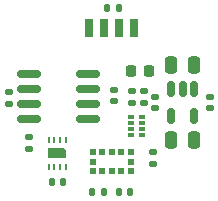
<source format=gtp>
%TF.GenerationSoftware,KiCad,Pcbnew,(6.0.7)*%
%TF.CreationDate,2022-11-15T15:07:51+01:00*%
%TF.ProjectId,tofncan,746f666e-6361-46e2-9e6b-696361645f70,rev?*%
%TF.SameCoordinates,Original*%
%TF.FileFunction,Paste,Top*%
%TF.FilePolarity,Positive*%
%FSLAX46Y46*%
G04 Gerber Fmt 4.6, Leading zero omitted, Abs format (unit mm)*
G04 Created by KiCad (PCBNEW (6.0.7)) date 2022-11-15 15:07:51*
%MOMM*%
%LPD*%
G01*
G04 APERTURE LIST*
G04 Aperture macros list*
%AMRoundRect*
0 Rectangle with rounded corners*
0 $1 Rounding radius*
0 $2 $3 $4 $5 $6 $7 $8 $9 X,Y pos of 4 corners*
0 Add a 4 corners polygon primitive as box body*
4,1,4,$2,$3,$4,$5,$6,$7,$8,$9,$2,$3,0*
0 Add four circle primitives for the rounded corners*
1,1,$1+$1,$2,$3*
1,1,$1+$1,$4,$5*
1,1,$1+$1,$6,$7*
1,1,$1+$1,$8,$9*
0 Add four rect primitives between the rounded corners*
20,1,$1+$1,$2,$3,$4,$5,0*
20,1,$1+$1,$4,$5,$6,$7,0*
20,1,$1+$1,$6,$7,$8,$9,0*
20,1,$1+$1,$8,$9,$2,$3,0*%
%AMFreePoly0*
4,1,6,0.450000,-0.800000,-0.450000,-0.800000,-0.450000,0.530000,-0.180000,0.800000,0.450000,0.800000,0.450000,-0.800000,0.450000,-0.800000,$1*%
G04 Aperture macros list end*
%ADD10RoundRect,0.135000X0.185000X-0.135000X0.185000X0.135000X-0.185000X0.135000X-0.185000X-0.135000X0*%
%ADD11RoundRect,0.150000X0.825000X0.150000X-0.825000X0.150000X-0.825000X-0.150000X0.825000X-0.150000X0*%
%ADD12RoundRect,0.140000X-0.170000X0.140000X-0.170000X-0.140000X0.170000X-0.140000X0.170000X0.140000X0*%
%ADD13RoundRect,0.150000X-0.150000X0.512500X-0.150000X-0.512500X0.150000X-0.512500X0.150000X0.512500X0*%
%ADD14R,0.500000X0.500000*%
%ADD15RoundRect,0.140000X-0.140000X-0.170000X0.140000X-0.170000X0.140000X0.170000X-0.140000X0.170000X0*%
%ADD16RoundRect,0.140000X0.140000X0.170000X-0.140000X0.170000X-0.140000X-0.170000X0.140000X-0.170000X0*%
%ADD17FreePoly0,270.000000*%
%ADD18R,0.250000X0.550000*%
%ADD19RoundRect,0.250000X0.250000X0.475000X-0.250000X0.475000X-0.250000X-0.475000X0.250000X-0.475000X0*%
%ADD20RoundRect,0.140000X0.170000X-0.140000X0.170000X0.140000X-0.170000X0.140000X-0.170000X-0.140000X0*%
%ADD21RoundRect,0.218750X-0.218750X-0.256250X0.218750X-0.256250X0.218750X0.256250X-0.218750X0.256250X0*%
%ADD22R,0.700000X1.600000*%
%ADD23RoundRect,0.135000X-0.135000X-0.185000X0.135000X-0.185000X0.135000X0.185000X-0.135000X0.185000X0*%
%ADD24R,0.500000X0.400000*%
%ADD25R,0.500000X0.300000*%
G04 APERTURE END LIST*
D10*
X91300000Y-100110000D03*
X91300000Y-99090000D03*
D11*
X97975000Y-101405000D03*
X97975000Y-100135000D03*
X97975000Y-98865000D03*
X97975000Y-97595000D03*
X93025000Y-97595000D03*
X93025000Y-98865000D03*
X93025000Y-100135000D03*
X93025000Y-101405000D03*
D10*
X101700000Y-100010000D03*
X101700000Y-98990000D03*
D12*
X100200000Y-98920000D03*
X100200000Y-99880000D03*
D13*
X106950000Y-98862500D03*
X106000000Y-98862500D03*
X105050000Y-98862500D03*
X105050000Y-101137500D03*
X106950000Y-101137500D03*
D10*
X93000000Y-103910000D03*
X93000000Y-102890000D03*
D12*
X103700000Y-99520000D03*
X103700000Y-100480000D03*
D14*
X101600000Y-105800000D03*
X100800000Y-105790000D03*
X100000000Y-105800000D03*
X99200000Y-105800000D03*
X98400000Y-105800000D03*
X98400000Y-105000000D03*
X98400000Y-104200000D03*
X99200000Y-104200000D03*
X100000000Y-104200000D03*
X100800000Y-104200000D03*
X101600000Y-104200000D03*
X101600000Y-105000000D03*
D15*
X99620000Y-92000000D03*
X100580000Y-92000000D03*
D16*
X101580000Y-107600000D03*
X100620000Y-107600000D03*
D12*
X103500000Y-104220000D03*
X103500000Y-105180000D03*
D17*
X95400000Y-104300000D03*
D18*
X96150000Y-103125000D03*
X95650000Y-103125000D03*
X95150000Y-103125000D03*
X94650000Y-103125000D03*
X94650000Y-105475000D03*
X95150000Y-105475000D03*
X95650000Y-105475000D03*
X96150000Y-105475000D03*
D16*
X95880000Y-106700000D03*
X94920000Y-106700000D03*
D19*
X106950000Y-96800000D03*
X105050000Y-96800000D03*
D20*
X108300000Y-100480000D03*
X108300000Y-99520000D03*
D21*
X101612500Y-97300000D03*
X103187500Y-97300000D03*
D10*
X102700000Y-100010000D03*
X102700000Y-98990000D03*
D22*
X101905000Y-93650000D03*
X100635000Y-93650000D03*
X99365000Y-93650000D03*
X98095000Y-93650000D03*
D23*
X98290000Y-107600000D03*
X99310000Y-107600000D03*
D19*
X106950000Y-103200000D03*
X105050000Y-103200000D03*
D24*
X101600000Y-101250000D03*
D25*
X101600000Y-101750000D03*
X101600000Y-102250000D03*
D24*
X101600000Y-102750000D03*
X102600000Y-102750000D03*
D25*
X102600000Y-102250000D03*
X102600000Y-101750000D03*
D24*
X102600000Y-101250000D03*
M02*

</source>
